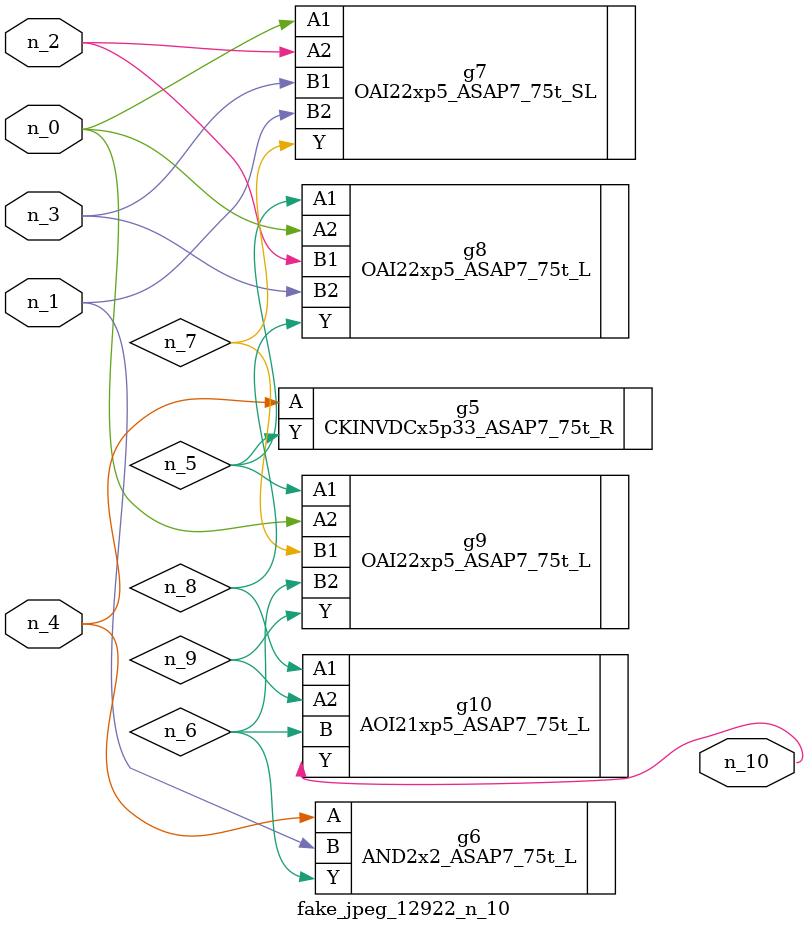
<source format=v>
module fake_jpeg_12922_n_10 (n_3, n_2, n_1, n_0, n_4, n_10);

input n_3;
input n_2;
input n_1;
input n_0;
input n_4;

output n_10;

wire n_8;
wire n_9;
wire n_6;
wire n_5;
wire n_7;

CKINVDCx5p33_ASAP7_75t_R g5 ( 
.A(n_4),
.Y(n_5)
);

AND2x2_ASAP7_75t_L g6 ( 
.A(n_4),
.B(n_1),
.Y(n_6)
);

OAI22xp5_ASAP7_75t_SL g7 ( 
.A1(n_0),
.A2(n_2),
.B1(n_3),
.B2(n_1),
.Y(n_7)
);

OAI22xp5_ASAP7_75t_L g8 ( 
.A1(n_5),
.A2(n_0),
.B1(n_2),
.B2(n_3),
.Y(n_8)
);

AOI21xp5_ASAP7_75t_L g10 ( 
.A1(n_8),
.A2(n_9),
.B(n_6),
.Y(n_10)
);

OAI22xp5_ASAP7_75t_L g9 ( 
.A1(n_5),
.A2(n_0),
.B1(n_7),
.B2(n_6),
.Y(n_9)
);


endmodule
</source>
